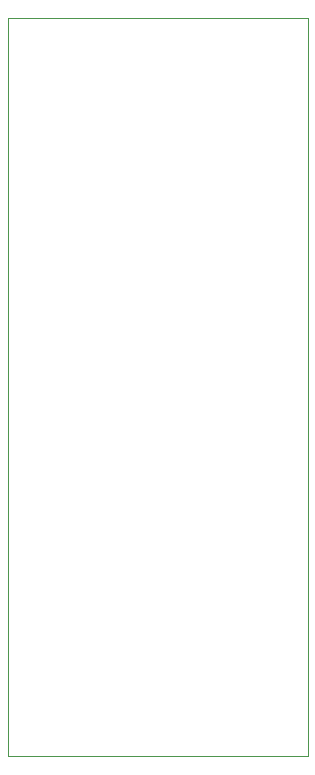
<source format=gbr>
G04 #@! TF.GenerationSoftware,KiCad,Pcbnew,5.1.3-ffb9f22~84~ubuntu18.04.1*
G04 #@! TF.CreationDate,2019-08-13T01:25:41-07:00*
G04 #@! TF.ProjectId,ATmega32U4breakout,41546d65-6761-4333-9255-34627265616b,rev?*
G04 #@! TF.SameCoordinates,Original*
G04 #@! TF.FileFunction,Profile,NP*
%FSLAX46Y46*%
G04 Gerber Fmt 4.6, Leading zero omitted, Abs format (unit mm)*
G04 Created by KiCad (PCBNEW 5.1.3-ffb9f22~84~ubuntu18.04.1) date 2019-08-13 01:25:41*
%MOMM*%
%LPD*%
G04 APERTURE LIST*
%ADD10C,0.050000*%
G04 APERTURE END LIST*
D10*
X147320000Y-121920000D02*
X147320000Y-59436000D01*
X121920000Y-59436000D02*
X147320000Y-59436000D01*
X121920000Y-121920000D02*
X121920000Y-59436000D01*
X147320000Y-121920000D02*
X121920000Y-121920000D01*
M02*

</source>
